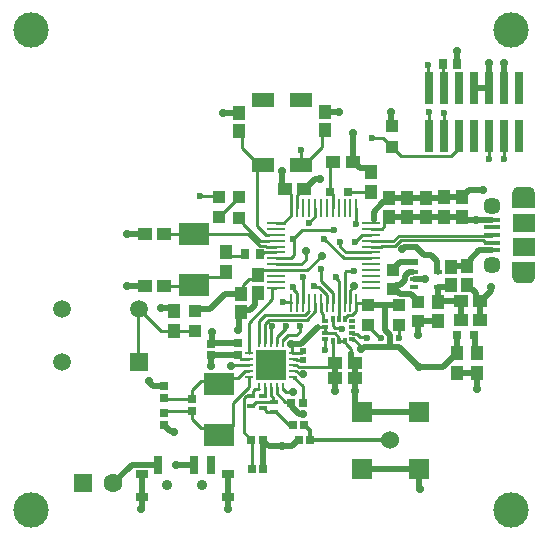
<source format=gbr>
G04*
G04 #@! TF.GenerationSoftware,Altium Limited,Altium Designer,24.8.2 (39)*
G04*
G04 Layer_Physical_Order=1*
G04 Layer_Color=255*
%FSLAX26Y26*%
%MOIN*%
G70*
G04*
G04 #@! TF.SameCoordinates,943EF9C2-7E4B-4E9F-8D88-1E315B4C2DD2*
G04*
G04*
G04 #@! TF.FilePolarity,Positive*
G04*
G01*
G75*
%ADD11C,0.010000*%
%ADD17C,0.019685*%
%ADD18C,0.060000*%
%ADD19R,0.070000X0.070000*%
%ADD20R,0.026475X0.026306*%
%ADD21R,0.029134X0.109843*%
%ADD22R,0.039848X0.041682*%
%ADD23R,0.041816X0.045532*%
%ADD24R,0.039848X0.045619*%
%ADD25R,0.031496X0.031496*%
%ADD26R,0.045619X0.039848*%
%ADD27R,0.047575X0.039848*%
%ADD28R,0.041816X0.044687*%
%ADD29R,0.074803X0.059055*%
%ADD30R,0.053150X0.015748*%
G04:AMPARAMS|DCode=31|XSize=15.748mil|YSize=25.591mil|CornerRadius=1.968mil|HoleSize=0mil|Usage=FLASHONLY|Rotation=90.000|XOffset=0mil|YOffset=0mil|HoleType=Round|Shape=RoundedRectangle|*
%AMROUNDEDRECTD31*
21,1,0.015748,0.021654,0,0,90.0*
21,1,0.011811,0.025591,0,0,90.0*
1,1,0.003937,0.010827,0.005906*
1,1,0.003937,0.010827,-0.005906*
1,1,0.003937,-0.010827,-0.005906*
1,1,0.003937,-0.010827,0.005906*
%
%ADD31ROUNDEDRECTD31*%
%ADD32R,0.031496X0.023622*%
%ADD33R,0.041662X0.051419*%
%ADD34R,0.039848X0.049533*%
%ADD35R,0.027559X0.033465*%
%ADD36R,0.027559X0.059055*%
%ADD37R,0.039370X0.031496*%
%ADD38R,0.102362X0.074803*%
%ADD39R,0.029528X0.033465*%
%ADD40O,0.009842X0.061024*%
%ADD41O,0.061024X0.009842*%
%ADD42R,0.049459X0.041662*%
%ADD43R,0.074803X0.051181*%
%ADD44R,0.020472X0.022047*%
%ADD45R,0.028163X0.026475*%
%ADD46R,0.026306X0.026475*%
%ADD47R,0.025591X0.013780*%
%ADD48R,0.025984X0.016142*%
%ADD49R,0.026475X0.028163*%
%ADD50O,0.009842X0.027559*%
%ADD51O,0.027559X0.009842*%
%ADD52R,0.102362X0.102362*%
%ADD54R,0.022638X0.013780*%
%ADD55R,0.013780X0.022638*%
%ADD56R,0.059055X0.059055*%
%ADD57C,0.059055*%
%ADD59C,0.057087*%
%ADD60C,0.062992*%
%ADD61R,0.062992X0.062992*%
%ADD62C,0.035433*%
%ADD65C,0.020000*%
%ADD66C,0.014492*%
%ADD67C,0.009467*%
%ADD68C,0.118110*%
%ADD69C,0.027559*%
%ADD70C,0.023622*%
G36*
X1780315Y927268D02*
X1705512D01*
Y876087D01*
X1780315D01*
Y927268D01*
D02*
G37*
G36*
X1760631Y876086D02*
X1725197D01*
Y856402D01*
X1760631Y856402D01*
Y876086D01*
D02*
G37*
G36*
X1725196Y1159551D02*
X1760630D01*
Y1179236D01*
X1725196Y1179235D01*
Y1159551D01*
D02*
G37*
G36*
X1705512Y1108370D02*
X1780315D01*
Y1159551D01*
X1705512D01*
Y1108370D01*
D02*
G37*
D11*
X459953Y771583D02*
X533630Y697905D01*
X644579D01*
X458000Y771583D02*
X459834Y773417D01*
X458000Y592398D02*
Y771583D01*
X790085Y617230D02*
X802000Y605315D01*
X827331D01*
X790000Y617230D02*
X790085D01*
X841729Y482003D02*
Y498158D01*
X847587Y504016D02*
X860717D01*
X841729Y498158D02*
X847587Y504016D01*
X840568Y480842D02*
X841729Y482003D01*
X817858Y480842D02*
X840568D01*
X1026000Y1058574D02*
X1047472Y1080047D01*
X1026000Y1057000D02*
Y1058574D01*
X1047472Y1080047D02*
Y1108465D01*
X773516Y1124000D02*
X774401D01*
X794000Y1143599D01*
Y1144516D01*
X741841Y1092325D02*
X773516Y1124000D01*
X726000Y1077401D02*
X740924Y1092325D01*
X741841D01*
X726000Y1076484D02*
Y1077401D01*
X1142842Y940158D02*
X1235465D01*
X1077000Y1006000D02*
X1142842Y940158D01*
X1003071Y1034071D02*
X1109300D01*
X976000Y1007000D02*
X1003071Y1034071D01*
X1200861Y1015861D02*
X1200862D01*
X1203898Y1018898D02*
X1235465D01*
X1181000Y996000D02*
X1200861Y1015861D01*
X1200862D02*
X1203898Y1018898D01*
X1131958Y979042D02*
Y995042D01*
X1131000Y996000D02*
X1131958Y995042D01*
X1173890Y688740D02*
X1186555D01*
X1224000Y716051D02*
X1264051Y676000D01*
X1218394Y678606D02*
X1221000Y676000D01*
X1186555Y688740D02*
X1196689Y678606D01*
X1264051Y676000D02*
X1266000D01*
X1196689Y678606D02*
X1218394D01*
X1197640Y640360D02*
Y649734D01*
Y640360D02*
X1201000Y637000D01*
X1178319Y669055D02*
X1197640Y649734D01*
X1173890Y669055D02*
X1178319D01*
X1172000Y670945D02*
X1173890Y669055D01*
X900165Y704479D02*
X905000Y709314D01*
X900165Y658465D02*
Y704479D01*
X905000Y709314D02*
Y713000D01*
X880480Y721480D02*
X895024Y736024D01*
X860795Y730795D02*
X881024Y751024D01*
X1014283D02*
X1027709Y764449D01*
X1020496Y736024D02*
X1047472Y763000D01*
X895024Y736024D02*
X1020496D01*
X881024Y751024D02*
X1014283D01*
X1027709Y764449D02*
Y766024D01*
X952000Y709527D02*
Y713000D01*
X919850Y677377D02*
X952000Y709527D01*
X919850Y658465D02*
Y677377D01*
X975042Y1006042D02*
X976000Y1005084D01*
X1021787Y900787D02*
X1070000Y949000D01*
X976000Y950000D02*
Y1005084D01*
X872354Y900787D02*
X1021787D01*
X1117000Y875314D02*
Y879000D01*
X1126213Y791535D02*
Y866101D01*
X1117000Y875314D02*
X1126213Y866101D01*
Y791535D02*
X1126223Y791526D01*
X1145976Y791614D02*
Y893142D01*
X1151834Y899000D01*
X1176000D01*
X1145898Y791535D02*
X1145976Y791614D01*
X1067000Y865213D02*
X1106449Y825764D01*
X1047795Y845394D02*
X1059992D01*
X1067000Y865213D02*
Y903000D01*
X1045189Y848000D02*
X1047795Y845394D01*
X1059992D02*
X1082079Y823307D01*
X996394Y695807D02*
Y711606D01*
X999000Y714213D01*
X956189Y683819D02*
X984406D01*
X996394Y695807D01*
X880480Y658465D02*
Y721480D01*
X860795Y658465D02*
Y730795D01*
X827331Y725331D02*
X905000Y803000D01*
Y841654D01*
X827331Y625000D02*
Y725331D01*
X939614Y667244D02*
X956189Y683819D01*
X971000Y625079D02*
X971079Y625000D01*
X973000D01*
X971000Y625079D02*
Y653000D01*
X969000Y655000D02*
X971000Y653000D01*
X1057315Y710315D02*
X1080465D01*
X1131958Y979042D02*
X1151157Y959843D01*
X1235465D01*
X952899Y1169465D02*
X967195Y1155169D01*
Y1150848D02*
X968732Y1149311D01*
X967195Y1150848D02*
Y1155169D01*
X968732Y1083032D02*
Y1149311D01*
X938000Y1184364D02*
X949000Y1173364D01*
Y1169465D02*
Y1173364D01*
Y1169465D02*
X952899D01*
X1185268Y791457D02*
X1185346Y791535D01*
X856079Y884512D02*
X872354Y900787D01*
X807499Y821089D02*
Y850499D01*
X805500Y819090D02*
X807499Y821089D01*
X1107000Y599285D02*
Y671244D01*
X1224000Y716051D02*
Y716968D01*
X1176000Y844249D02*
Y849000D01*
X1165661Y791614D02*
Y833910D01*
X1176000Y844249D01*
X1016000Y934213D02*
Y966000D01*
X1002181Y920394D02*
X1016000Y934213D01*
X918614Y920394D02*
X1002181D01*
X1165583Y791535D02*
X1165661Y791614D01*
X1627000Y1270000D02*
Y1347000D01*
X988339Y791614D02*
Y825039D01*
X973875Y839503D02*
X988339Y825039D01*
X973875Y839503D02*
Y843189D01*
X1008051Y791587D02*
Y876949D01*
Y791587D02*
X1008102Y791535D01*
X1008000Y877000D02*
X1008051Y876949D01*
X966236Y940236D02*
X976000Y950000D01*
X1185268Y791457D02*
Y791535D01*
Y784528D02*
Y791457D01*
X918614Y940236D02*
X966236D01*
X918535Y940158D02*
X918614Y940236D01*
X918535Y920472D02*
X918614Y920394D01*
X943968Y1058268D02*
X968732Y1083032D01*
X918535Y1058268D02*
X943968D01*
X1185189Y1055218D02*
Y1108386D01*
X1184000Y1054029D02*
X1185189Y1055218D01*
Y1108386D02*
X1185268Y1108465D01*
X1426500Y1347500D02*
Y1427500D01*
X1426000Y1428000D02*
X1426500Y1427500D01*
X1239000Y1340000D02*
X1275401D01*
X1426500Y1347500D02*
X1427000Y1347000D01*
X1423000Y1586000D02*
X1425000Y1584000D01*
Y1509236D02*
X1427000Y1507236D01*
X1425000Y1509236D02*
Y1584000D01*
X1235465Y1038583D02*
X1271096D01*
X1279076Y1046563D02*
Y1062529D01*
X1271096Y1038583D02*
X1279076Y1046563D01*
Y1062529D02*
X1294000Y1077453D01*
X1476500Y1347500D02*
Y1425500D01*
X1476000Y1426000D02*
X1476500Y1425500D01*
Y1347500D02*
X1477000Y1347000D01*
X1475689Y1508547D02*
Y1586689D01*
Y1508547D02*
X1477000Y1507236D01*
X1474378Y1588000D02*
X1475689Y1586689D01*
X1500354Y1280000D02*
X1514774Y1294419D01*
X1334484Y1280000D02*
X1500354D01*
X1514774Y1294419D02*
X1514774D01*
X1527000Y1306646D01*
Y1347000D01*
X1303000Y1311484D02*
X1334484Y1280000D01*
X1303000Y1311484D02*
Y1312401D01*
X1677000Y1271000D02*
Y1347000D01*
X988417Y1152781D02*
X1006636Y1171000D01*
X988417Y1108465D02*
Y1152781D01*
X1006636Y1171000D02*
X1010535D01*
X1275401Y1340000D02*
X1303000Y1312401D01*
X1327000Y673000D02*
Y715484D01*
X1326000Y716484D02*
X1327000Y715484D01*
X1218465Y791535D02*
X1224000Y786000D01*
X1185346Y791535D02*
X1218465D01*
X1185189Y764449D02*
Y791457D01*
X1005770Y457000D02*
Y513490D01*
X973000Y546260D02*
X1005770Y513490D01*
X919850Y490065D02*
Y512795D01*
Y490065D02*
X947678Y462238D01*
X958077D01*
X644579Y697905D02*
X646000Y696484D01*
X884496Y979732D02*
X884622Y979606D01*
X862836Y979732D02*
X884496D01*
X822923Y1019646D02*
X862836Y979732D01*
X809409Y948000D02*
X814409Y953000D01*
X763498Y948000D02*
X809409D01*
X751000Y960498D02*
X763498Y948000D01*
X865591Y953000D02*
X867591Y951000D01*
X882212Y959843D02*
X918535D01*
X882102Y959732D02*
X882212Y959843D01*
X876354Y959732D02*
X882102D01*
X867606Y950984D02*
X876354Y959732D01*
X867606Y950984D02*
X867606D01*
X867591Y951000D02*
X867606Y950984D01*
X884622Y979606D02*
X918457D01*
X918535Y979528D01*
X645000Y1019646D02*
X665913Y998732D01*
X679913D01*
X645000Y1019646D02*
X822923D01*
X855217Y1046783D02*
X883024Y1018976D01*
X893024D01*
X864490Y999291D02*
X893024D01*
X808924Y1054858D02*
Y1060560D01*
Y1054858D02*
X864490Y999291D01*
X794000Y1075484D02*
X808924Y1060560D01*
X855217Y1046783D02*
Y1231941D01*
X802000Y822590D02*
X805500Y819090D01*
X841344Y869934D02*
X856000Y884590D01*
X826934Y869934D02*
X841344D01*
X807499Y850499D02*
X826934Y869934D01*
X767000Y581000D02*
X771751D01*
X776381Y585630D02*
X827331D01*
X771751Y581000D02*
X776381Y585630D01*
X1098472Y1162000D02*
Y1250020D01*
X1108453Y1260000D01*
X1233498Y1162000D02*
X1234000Y1162502D01*
X1157528Y1162000D02*
X1233498D01*
X1106527Y1108465D02*
Y1153945D01*
X1098472Y1162000D02*
X1106527Y1153945D01*
X795000Y1359410D02*
Y1363410D01*
Y1359410D02*
X797000Y1357410D01*
X862197Y1250732D02*
X874008D01*
X805428Y1307501D02*
X862197Y1250732D01*
X805428Y1307501D02*
Y1348982D01*
X797000Y1357410D02*
X805428Y1348982D01*
X1071572Y1310501D02*
Y1357982D01*
X1080000Y1366410D01*
X1011803Y1250732D02*
X1071572Y1310501D01*
X999992Y1250732D02*
X1011803D01*
X999992D02*
X1001000Y1251740D01*
Y1301000D01*
X735234Y877736D02*
X751000Y893502D01*
X672381Y877736D02*
X735234D01*
X672381D02*
X677402Y882756D01*
X672381Y877736D02*
X677402Y882756D01*
X645000Y850354D02*
X672381Y877736D01*
X645000Y850354D02*
X672381Y877736D01*
X645000Y1019646D02*
X665913Y998732D01*
X679913D01*
X645000Y850354D02*
X672381Y877736D01*
X545548Y1021000D02*
X643646D01*
X545548Y848000D02*
X642646D01*
X645000Y850354D01*
X722516Y1149000D02*
X726000Y1145516D01*
X663000Y1149000D02*
X722516D01*
X868138Y1244862D02*
X871073Y1247797D01*
X855217Y1231941D02*
X868138Y1244862D01*
X905000Y841654D02*
X905079Y841732D01*
X918535D01*
X871073Y1247797D02*
X874008Y1250732D01*
X940346Y794000D02*
X968654D01*
X1074146Y731890D02*
Y755854D01*
Y731890D02*
X1076035Y730000D01*
X1086842Y791535D02*
Y818543D01*
X1047472Y763000D02*
Y791535D01*
X1106449Y791614D02*
Y825764D01*
X1067157Y762843D02*
X1074146Y755854D01*
X1067157Y762843D02*
Y791535D01*
X1185189Y791457D02*
X1185268Y791535D01*
X988339Y791614D02*
X988417Y791535D01*
X968654Y794000D02*
X968732Y793921D01*
Y791535D02*
Y793921D01*
X1106449Y791614D02*
X1106527Y791535D01*
X1126223Y736407D02*
Y791526D01*
Y736407D02*
X1126232Y736398D01*
X1171763Y751024D02*
X1185189Y764449D01*
X1156114Y751024D02*
X1171763D01*
X1145917Y740827D02*
X1156114Y751024D01*
X1145917Y736398D02*
Y740827D01*
X1082079Y823307D02*
X1086842Y818543D01*
X1082079Y823307D02*
Y823307D01*
X1076035Y730000D02*
X1080465D01*
X973883Y493883D02*
X974000Y494000D01*
X949747Y493883D02*
X973883D01*
X717811Y375323D02*
X742779Y350354D01*
X549389Y430230D02*
X638000D01*
X543000Y423841D02*
X549389Y430230D01*
X634885Y472885D02*
X638000Y469770D01*
X546115Y472885D02*
X638000D01*
X717969Y530677D02*
X729000Y519646D01*
X668677Y530677D02*
X717969D01*
X638000Y500000D02*
X668677Y530677D01*
X638000Y472885D02*
Y500000D01*
X939614Y504016D02*
X949747Y493883D01*
X983354Y565866D02*
X992860Y556360D01*
X981780Y565866D02*
X983354D01*
X1005640Y556360D02*
X1009000Y553000D01*
X992860Y556360D02*
X1005640D01*
X993622Y577622D02*
X1113576D01*
X1114954Y579000D01*
X985614Y585630D02*
X993622Y577622D01*
X973000Y585630D02*
X985614D01*
X1107000Y599285D02*
X1114954Y591332D01*
X1080732Y636268D02*
X1081000Y636000D01*
X1080732Y636268D02*
Y670677D01*
X1080465Y670945D02*
X1080732Y670677D01*
X1167811Y626022D02*
Y638540D01*
X1155193Y651157D02*
X1167811Y638540D01*
X1154878Y651157D02*
X1155193D01*
X1145917Y660118D02*
X1154878Y651157D01*
X1145917Y660118D02*
Y664547D01*
X751764Y542410D02*
X789323D01*
X729000Y519646D02*
X751764Y542410D01*
X812858Y565945D02*
X827331D01*
X789323Y542410D02*
X812858Y565945D01*
X668677Y375323D02*
X717811D01*
X729000Y350354D02*
X742779D01*
X638000Y406000D02*
Y430230D01*
Y406000D02*
X668677Y375323D01*
X742779Y350354D02*
X775181Y382756D01*
Y459379D01*
X827331Y511529D01*
Y546260D01*
X987669Y602331D02*
X1004315D01*
X1007000Y599646D01*
X984685Y605315D02*
X987669Y602331D01*
X973000Y605315D02*
X984685D01*
X1007000Y630315D02*
Y630354D01*
X1001764Y625079D02*
X1007000Y630315D01*
X973079Y625079D02*
X1001764D01*
X973000Y625000D02*
X973079Y625079D01*
X1080465Y690630D02*
Y707000D01*
X1106547Y715446D02*
X1115387Y706606D01*
X1136394D01*
X1106547Y715446D02*
Y736398D01*
X1136394Y706606D02*
X1139000Y704000D01*
X826077Y341153D02*
X836000Y331230D01*
X825883Y344202D02*
X826077Y344007D01*
Y341153D02*
Y344007D01*
X811205Y474189D02*
X817858Y480842D01*
X811205Y358795D02*
Y474189D01*
Y358795D02*
X825798Y344202D01*
X825883D01*
X836000Y240929D02*
Y331230D01*
Y240929D02*
X837964Y238964D01*
X960173Y386000D02*
X973318D01*
X917905Y428268D02*
X960173Y386000D01*
X900165Y483622D02*
Y512795D01*
X908355Y461732D02*
Y475432D01*
X900165Y483622D02*
X908355Y475432D01*
X886850Y428268D02*
X917905D01*
X873000Y481882D02*
X877331D01*
X880402Y484953D01*
Y504016D01*
X880480Y504094D01*
Y512795D01*
X873000Y442118D02*
X877921D01*
X880992Y434126D02*
Y439047D01*
X877921Y442118D02*
X880992Y439047D01*
Y434126D02*
X886850Y428268D01*
X841795Y451158D02*
X852370Y461732D01*
X912000D01*
X835890Y451158D02*
X841795D01*
X834000Y449268D02*
X835890Y451158D01*
X543000Y476000D02*
X546115Y472885D01*
X1080465Y690630D02*
X1112815D01*
X1124342Y679103D01*
Y666437D02*
X1126232Y664547D01*
X1124342Y666437D02*
Y679103D01*
X1172000Y690630D02*
X1173890Y688740D01*
X1126232Y664547D02*
X1145917D01*
D17*
X1735040Y1159551D02*
G03*
X1735040Y1159551I-9842J0D01*
G01*
X1770473D02*
G03*
X1770473Y1159551I-9842J0D01*
G01*
X1735040Y876087D02*
G03*
X1735040Y876087I-9842J0D01*
G01*
X1770473D02*
G03*
X1770473Y876087I-9842J0D01*
G01*
D18*
X1299000Y333000D02*
D03*
D19*
X1204000Y428000D02*
D03*
X1394000D02*
D03*
X1204000Y238000D02*
D03*
X1394000D02*
D03*
D20*
X790000Y656770D02*
D03*
Y617230D02*
D03*
X638000Y430230D02*
D03*
Y469770D02*
D03*
D21*
X1427000Y1347000D02*
D03*
Y1507236D02*
D03*
X1477000Y1347000D02*
D03*
Y1507236D02*
D03*
X1527000Y1347000D02*
D03*
Y1507236D02*
D03*
X1577000Y1347000D02*
D03*
Y1507236D02*
D03*
X1627000Y1347000D02*
D03*
Y1507236D02*
D03*
X1677000Y1347000D02*
D03*
Y1507236D02*
D03*
X1727000Y1347000D02*
D03*
Y1507236D02*
D03*
D22*
X1303000Y1380516D02*
D03*
Y1311484D02*
D03*
X1326000Y716484D02*
D03*
Y785516D02*
D03*
X646000Y765516D02*
D03*
Y696484D02*
D03*
X726000Y1076484D02*
D03*
Y1145516D02*
D03*
X794000Y1075484D02*
D03*
Y1144516D02*
D03*
X1224000Y786000D02*
D03*
Y716968D02*
D03*
D23*
X1586000Y557502D02*
D03*
Y624498D02*
D03*
X1234000Y1162502D02*
D03*
Y1229498D02*
D03*
X751000Y893502D02*
D03*
Y960498D02*
D03*
D24*
X1521000Y559452D02*
D03*
Y624548D02*
D03*
X1458000Y730452D02*
D03*
Y795548D02*
D03*
X1477000Y1143000D02*
D03*
Y1077905D02*
D03*
X1416000Y1142547D02*
D03*
Y1077453D02*
D03*
X1294000Y1142547D02*
D03*
Y1077453D02*
D03*
X1537000Y1143000D02*
D03*
Y1077905D02*
D03*
X1353000Y1142547D02*
D03*
Y1077453D02*
D03*
X577000Y763000D02*
D03*
Y697905D02*
D03*
D25*
X1578528Y686000D02*
D03*
X1519472D02*
D03*
X1098472Y1162000D02*
D03*
X1157528D02*
D03*
D26*
X1598547Y735000D02*
D03*
X1533453D02*
D03*
X1173547Y1260000D02*
D03*
X1108453D02*
D03*
X480452Y1021000D02*
D03*
X545548D02*
D03*
X480452Y848000D02*
D03*
X545548D02*
D03*
X1114954Y591332D02*
D03*
X1180049D02*
D03*
X1114954Y541332D02*
D03*
X1180049D02*
D03*
D27*
X1534000Y798000D02*
D03*
X1597139D02*
D03*
D28*
X1390000Y731898D02*
D03*
Y796102D02*
D03*
X1306000Y837898D02*
D03*
Y902102D02*
D03*
D29*
X1742914Y1057189D02*
D03*
Y978449D02*
D03*
D30*
X1636614Y1069000D02*
D03*
Y1043409D02*
D03*
Y1017819D02*
D03*
Y992228D02*
D03*
Y966638D02*
D03*
D31*
X1457354Y844409D02*
D03*
Y895591D02*
D03*
X1376646Y844409D02*
D03*
Y870000D02*
D03*
Y895591D02*
D03*
D32*
X1378000Y927409D02*
D03*
Y978591D02*
D03*
D33*
X1500000Y851446D02*
D03*
Y912554D02*
D03*
D34*
X1554000Y913590D02*
D03*
Y852410D02*
D03*
X802000Y822590D02*
D03*
Y761410D02*
D03*
X856000Y884590D02*
D03*
Y823410D02*
D03*
X1080000Y1366410D02*
D03*
Y1427590D02*
D03*
X795000Y1363410D02*
D03*
Y1424590D02*
D03*
D35*
X1521622Y1588000D02*
D03*
X1474378D02*
D03*
D36*
X642472Y252898D02*
D03*
X701528D02*
D03*
X524362D02*
D03*
D37*
X469244Y221992D02*
D03*
X756646D02*
D03*
X469244Y146008D02*
D03*
X756646D02*
D03*
D38*
X645000Y850354D02*
D03*
Y1019646D02*
D03*
X729000Y350354D02*
D03*
Y519646D02*
D03*
D39*
X814409Y953000D02*
D03*
X865591D02*
D03*
D40*
X968732Y1108465D02*
D03*
X988417D02*
D03*
X1008102D02*
D03*
X1027787D02*
D03*
X1047472D02*
D03*
X1067157D02*
D03*
X1086842D02*
D03*
X1106527D02*
D03*
X1126213D02*
D03*
X1145898D02*
D03*
X1165583D02*
D03*
X1185268D02*
D03*
Y791535D02*
D03*
X1165583D02*
D03*
X1145898D02*
D03*
X1126213D02*
D03*
X1106527D02*
D03*
X1086842D02*
D03*
X1067157D02*
D03*
X1047472D02*
D03*
X1027787D02*
D03*
X1008102D02*
D03*
X988417D02*
D03*
X968732D02*
D03*
D41*
X1235465Y1058268D02*
D03*
Y1038583D02*
D03*
Y1018898D02*
D03*
Y999213D02*
D03*
Y979528D02*
D03*
Y959843D02*
D03*
Y940158D02*
D03*
Y920472D02*
D03*
Y900787D02*
D03*
Y881102D02*
D03*
Y861417D02*
D03*
Y841732D02*
D03*
X918535D02*
D03*
Y861417D02*
D03*
Y881102D02*
D03*
Y900787D02*
D03*
Y920472D02*
D03*
Y940158D02*
D03*
Y959843D02*
D03*
Y979528D02*
D03*
Y999213D02*
D03*
Y1018898D02*
D03*
Y1038583D02*
D03*
Y1058268D02*
D03*
D42*
X1010535Y1171000D02*
D03*
X947465D02*
D03*
D43*
X999992Y1250732D02*
D03*
Y1467268D02*
D03*
X874008D02*
D03*
Y1250732D02*
D03*
D44*
X1007000Y599646D02*
D03*
Y630354D02*
D03*
D45*
X875646Y238964D02*
D03*
X837964D02*
D03*
X993159Y335000D02*
D03*
X1030841D02*
D03*
X973318Y386000D02*
D03*
X1011000D02*
D03*
D46*
X834230Y333000D02*
D03*
X873770D02*
D03*
X1005770Y457000D02*
D03*
X966230D02*
D03*
D47*
X834000Y449268D02*
D03*
Y482732D02*
D03*
X912000Y428268D02*
D03*
Y461732D02*
D03*
D48*
X873000Y481882D02*
D03*
Y442118D02*
D03*
D49*
X543000Y386159D02*
D03*
Y423841D02*
D03*
Y513682D02*
D03*
Y476000D02*
D03*
X702000Y617159D02*
D03*
Y654841D02*
D03*
D50*
X939535Y658465D02*
D03*
X919850D02*
D03*
X900165D02*
D03*
X880480D02*
D03*
X860795D02*
D03*
Y512795D02*
D03*
X880480D02*
D03*
X900165D02*
D03*
X919850D02*
D03*
X939535D02*
D03*
D51*
X827331Y625000D02*
D03*
Y605315D02*
D03*
Y585630D02*
D03*
Y565945D02*
D03*
Y546260D02*
D03*
X973000D02*
D03*
Y565945D02*
D03*
Y585630D02*
D03*
Y605315D02*
D03*
Y625000D02*
D03*
D52*
X900165Y585630D02*
D03*
D54*
X1080465Y730000D02*
D03*
Y710315D02*
D03*
Y690630D02*
D03*
Y670945D02*
D03*
X1172000D02*
D03*
Y690630D02*
D03*
Y710315D02*
D03*
Y730000D02*
D03*
D55*
X1106547Y664547D02*
D03*
X1126232D02*
D03*
X1145917D02*
D03*
Y736398D02*
D03*
X1126232D02*
D03*
X1106547D02*
D03*
D56*
X459953Y594417D02*
D03*
D57*
Y771583D02*
D03*
X204047D02*
D03*
Y594417D02*
D03*
D59*
X1636614Y919394D02*
D03*
Y1116244D02*
D03*
D60*
X375000Y192000D02*
D03*
D61*
X275000D02*
D03*
D62*
X553890Y184000D02*
D03*
X672000D02*
D03*
D65*
X577000Y763000D02*
Y764840D01*
X536656Y774764D02*
X567076D01*
X577000Y764840D01*
X535210Y776210D02*
X536656Y774764D01*
X1204000Y238000D02*
X1394000D01*
Y172000D02*
X1396000Y170000D01*
X1394000Y172000D02*
Y238000D01*
X1204000Y428000D02*
X1394000D01*
X1179501Y452499D02*
X1204000Y428000D01*
X1179501Y452499D02*
Y498332D01*
X702071Y617230D02*
X790000D01*
X702000Y654841D02*
X703928Y656770D01*
X790000D01*
X1379811Y976780D02*
X1383748D01*
X1409276Y951252D01*
X1378000Y978591D02*
X1379811Y976780D01*
X1433748Y951252D02*
X1454559Y930441D01*
X1409276Y951252D02*
X1433748D01*
X1338000Y972220D02*
X1340045D01*
X1344605Y976780D01*
X1376189D02*
X1378000Y978591D01*
X1344605Y976780D02*
X1376189D01*
X1210045Y644000D02*
X1297000D01*
X1201000Y637000D02*
X1203045D01*
X1210045Y644000D01*
X1297000D02*
Y683506D01*
X969000Y655000D02*
X1002000D01*
X1057315Y710315D01*
X1416000Y1142274D02*
X1476274D01*
X1353500Y1142047D02*
X1354000Y1142547D01*
X1294000Y1141547D02*
X1295000Y1142547D01*
X1279841Y700665D02*
X1297000Y683506D01*
X1233924Y785758D02*
X1279841D01*
X1325758D01*
X1233576Y785016D02*
Y785410D01*
X1279841Y700665D02*
Y785758D01*
X1297000Y644000D02*
X1328000D01*
X938000Y1184364D02*
Y1231000D01*
X1559300Y1168185D02*
X1607815D01*
X1537000Y1145886D02*
X1559300Y1168185D01*
X1677000Y1507236D02*
X1678000Y1508236D01*
Y1591000D02*
X1679000Y1592000D01*
X1678000Y1508236D02*
Y1591000D01*
X1626500Y1507736D02*
X1627000Y1507236D01*
X1626500Y1507736D02*
Y1591500D01*
X1626000Y1592000D02*
X1626500Y1591500D01*
X1294000Y1141547D02*
Y1142547D01*
Y1139662D02*
Y1141547D01*
X1537000Y1143000D02*
Y1145886D01*
X1328000Y644000D02*
X1393000Y579000D01*
X1554000Y913590D02*
X1563924Y923514D01*
X1553482Y913072D02*
X1554000Y913590D01*
X1545905Y1069000D02*
X1636614D01*
X1537000Y1077905D02*
Y1080791D01*
Y1077905D02*
X1545905Y1069000D01*
X1475857Y1077453D02*
X1477000Y1078596D01*
X1353000Y1077453D02*
X1475857D01*
X1521000Y1632000D02*
X1521622Y1631378D01*
Y1588000D02*
Y1631378D01*
X1454559Y897717D02*
Y930441D01*
X1595638Y966638D02*
X1636614D01*
X1563924Y934924D02*
X1595638Y966638D01*
X1563924Y923514D02*
Y934924D01*
X1284076Y1129738D02*
X1294000Y1139662D01*
X1272360Y1123547D02*
X1278551Y1129738D01*
X1243171Y1066718D02*
Y1094456D01*
X1278551Y1129738D02*
X1284076D01*
X1243171Y1094456D02*
X1272263Y1123547D01*
X1272360D01*
X1080000Y1427590D02*
X1128590D01*
X1129000Y1428000D01*
X742000Y1425000D02*
X742410Y1424590D01*
X795000D01*
X1376646Y870000D02*
X1415000D01*
X1577000Y1507236D02*
X1627000D01*
X1456685Y895591D02*
X1457354D01*
X1454559Y897717D02*
X1456685Y895591D01*
X1329872Y927409D02*
X1378000D01*
X1306000Y903537D02*
X1329872Y927409D01*
X1306000Y902102D02*
Y903537D01*
X1354000Y1142547D02*
X1416000D01*
X1295000D02*
X1353000D01*
X1416000Y1142274D02*
Y1142547D01*
X1476274Y1142274D02*
X1477000Y1143000D01*
Y1077905D02*
X1537000D01*
X1633554Y844554D02*
X1635000Y846000D01*
X1601003Y798000D02*
X1633554Y830551D01*
Y844554D01*
X1586500Y504500D02*
Y557002D01*
Y504500D02*
X1587000Y504000D01*
X1585025Y558477D02*
X1586500Y557002D01*
X1521000Y621662D02*
Y624548D01*
X1511076Y611738D02*
X1521000Y621662D01*
X1475452Y579000D02*
X1508190Y611738D01*
X1511076D01*
X1393000Y579000D02*
X1475452D01*
X1316908Y850241D02*
X1331296D01*
X1306000Y837898D02*
Y839333D01*
X1331296Y850241D02*
X1348850Y867795D01*
Y882934D02*
X1360916Y895000D01*
X1348850Y867795D02*
Y882934D01*
X1360916Y895000D02*
X1373850D01*
X1306000Y839333D02*
X1316908Y850241D01*
X1377363Y810174D02*
X1390000Y797537D01*
X1366002Y821535D02*
X1377363Y810174D01*
X1315000Y836463D02*
X1329927Y821535D01*
X1366002D01*
X1390000Y796102D02*
Y797537D01*
X1294000Y1077453D02*
X1353000D01*
X1391000Y686000D02*
X1392000Y685000D01*
X1390723Y731175D02*
X1391000Y730898D01*
Y686000D02*
Y730898D01*
X1390000Y731898D02*
X1390723Y731175D01*
X1597139Y798000D02*
X1601003D01*
X1521975Y558477D02*
X1585025D01*
X1521000Y559452D02*
X1521975Y558477D01*
X1390723Y731175D02*
X1457277D01*
X1458000Y730452D01*
X1597843Y735704D02*
Y797296D01*
Y735704D02*
X1598547Y735000D01*
X1597139Y798000D02*
X1597843Y797296D01*
X1583352Y807924D02*
Y825927D01*
X1563924Y837643D02*
X1571636D01*
X1554000Y847567D02*
X1563924Y837643D01*
X1571636D02*
X1583352Y825927D01*
X1554000Y847567D02*
Y852410D01*
X1583352Y807924D02*
X1593276Y798000D01*
X1597139D01*
X1582264Y628235D02*
Y682264D01*
Y628235D02*
X1586000Y624498D01*
X1578528Y686000D02*
X1582264Y682264D01*
X1519472Y686000D02*
X1520236Y685236D01*
Y625311D02*
Y685236D01*
Y625311D02*
X1521000Y624548D01*
X1532774Y796774D02*
X1533726Y797726D01*
Y735274D02*
Y797726D01*
X1534000Y798000D01*
X1533453Y735000D02*
X1533726Y735274D01*
X1458000Y795548D02*
X1459226Y796774D01*
X1532774D01*
X1457677Y795870D02*
X1458000Y795548D01*
X1457354Y844409D02*
X1457677Y844087D01*
Y795870D02*
Y844087D01*
X989077Y331762D02*
X992315Y335000D01*
X873770Y332915D02*
X874708Y331977D01*
X873770Y332915D02*
Y333000D01*
X989077Y330918D02*
Y331762D01*
X896455Y313000D02*
X936000D01*
X938045D01*
X938308Y313263D02*
X971422D01*
X989077Y330918D01*
X992315Y335000D02*
X993159D01*
X1457354Y844409D02*
X1492964D01*
X1500000Y851446D01*
Y912554D02*
X1500518Y913072D01*
X1553482D01*
X1325758Y785758D02*
X1326000Y785516D01*
X1233576Y785410D02*
X1233924Y785758D01*
X1477000Y1143000D02*
X1537000D01*
X1302000Y1381516D02*
Y1429000D01*
Y1381516D02*
X1303000Y1380516D01*
X1113000Y499000D02*
X1113977Y499977D01*
Y540355D02*
X1114954Y541332D01*
X1113977Y499977D02*
Y540355D01*
X977616Y437549D02*
X992719Y422446D01*
X1006554D01*
X1008000Y421000D01*
X966230Y457000D02*
X969384Y453847D01*
X977616Y437549D02*
Y437549D01*
X969384Y445782D02*
Y453847D01*
Y445782D02*
X977616Y437549D01*
X756323Y104323D02*
Y145685D01*
X756646Y146008D01*
X756000Y104000D02*
X756323Y104323D01*
X756646Y146008D02*
Y221992D01*
X469000Y104000D02*
Y108000D01*
X468000Y103000D02*
X469000Y104000D01*
Y108000D02*
X469244Y108244D01*
Y146008D01*
Y221992D01*
X375000Y192000D02*
X435898Y252898D01*
X524362D01*
X642024Y252449D02*
X642472Y252898D01*
X585449Y252449D02*
X642024D01*
X585000Y252000D02*
X585449Y252449D01*
X747117Y822590D02*
X802000D01*
X695924Y771398D02*
X747117Y822590D01*
X651881Y771398D02*
X695924D01*
X646000Y765516D02*
X651881Y771398D01*
X539762Y514341D02*
X540421Y513682D01*
X493000Y529549D02*
X508208Y514341D01*
X539762D01*
X540421Y513682D02*
X543000D01*
X493000Y529549D02*
Y531000D01*
X793446Y703446D02*
Y752856D01*
X802000Y761410D01*
X792000Y702000D02*
X793446Y703446D01*
X802000Y761410D02*
X803535Y759875D01*
X803535D01*
X846076Y813486D02*
X856000Y823410D01*
X846076Y785076D02*
Y813486D01*
X830263Y769263D02*
X846076Y785076D01*
X812924Y769263D02*
X830263D01*
X803535Y759875D02*
X812924Y769263D01*
X874708Y331977D02*
X892609Y314076D01*
X874708Y331977D02*
Y332062D01*
Y239903D02*
Y331977D01*
X702500Y655341D02*
Y695500D01*
X703000Y696000D01*
X702000Y654841D02*
X702500Y655341D01*
X702000Y581000D02*
Y617159D01*
X543000Y385315D02*
Y386159D01*
Y385315D02*
X564869Y363446D01*
X576554D01*
X578000Y362000D01*
X1196762Y1239671D02*
X1223827D01*
X1176433Y1260000D02*
X1196762Y1239671D01*
X1223827D02*
X1234000Y1229498D01*
X1173547Y1260000D02*
X1176433D01*
X1173547D02*
Y1357453D01*
X1173000Y1358000D02*
X1173547Y1357453D01*
X1014433Y1171000D02*
X1047987Y1204554D01*
X1063554D02*
X1065000Y1206000D01*
X1047987Y1204554D02*
X1063554D01*
X1010535Y1171000D02*
X1014433D01*
X421000Y1021000D02*
X480452D01*
X420500Y847500D02*
X479952D01*
X480452Y848000D01*
X420000Y847000D02*
X420500Y847500D01*
X1009000Y550955D02*
Y553000D01*
X1114954Y541332D02*
Y579000D01*
Y591332D01*
X895379Y314076D02*
X896455Y313000D01*
X892609Y314076D02*
X895379D01*
X873770Y333000D02*
X874708Y332062D01*
Y239903D02*
X875646Y238964D01*
X1167811Y601255D02*
X1177735Y591332D01*
X1167811Y601255D02*
Y626022D01*
X1177735Y591332D02*
X1180049D01*
Y541332D02*
Y591332D01*
X1180501Y503332D02*
Y540879D01*
X1180049Y541332D02*
X1180501Y540879D01*
X1179501Y498332D02*
Y502332D01*
X1180501Y503332D01*
D66*
X1033685Y333000D02*
X1299000D01*
X1031685Y335000D02*
X1033685Y333000D01*
X1030841Y335000D02*
X1031685D01*
X1011000Y386000D02*
X1011844D01*
X1030341Y367503D01*
Y335500D02*
Y367503D01*
D67*
X1308671Y996604D02*
X1326670Y1014603D01*
X1268485Y999141D02*
X1271022Y996604D01*
X1268485Y979599D02*
X1271022Y982136D01*
X1271022Y996604D02*
X1308671D01*
X1314664Y982136D02*
X1332662Y1000135D01*
X1235536Y979599D02*
X1268485D01*
X1235465Y979528D02*
X1235536Y979599D01*
X1271022Y982136D02*
X1314664D01*
X1332662Y1000135D02*
X1607948D01*
X1235536Y999141D02*
X1268485D01*
X1235465Y999213D02*
X1235536Y999141D01*
X1326670Y1014603D02*
X1541691D01*
X1612714Y995369D02*
X1633474D01*
X1607948Y1000135D02*
X1612714Y995369D01*
X1633474D02*
X1636614Y992228D01*
X1604457Y1014602D02*
X1604533Y1014679D01*
X1541691Y1014602D02*
X1604457D01*
X1541691Y1014603D02*
X1541691Y1014602D01*
X1633474Y1014679D02*
X1636614Y1017819D01*
X1604533Y1014679D02*
X1633474D01*
D68*
X100000Y100000D02*
D03*
Y1700000D02*
D03*
X1700000Y100000D02*
D03*
Y1700000D02*
D03*
D69*
X535210Y776210D02*
D03*
X1396000Y170000D02*
D03*
X1338000Y972220D02*
D03*
X1201000Y637000D02*
D03*
X1070000Y949000D02*
D03*
X969000Y655000D02*
D03*
X1176000Y849000D02*
D03*
X938000Y1231000D02*
D03*
X1679000Y1592000D02*
D03*
X1626000D02*
D03*
X1607815Y1168185D02*
D03*
X1016000Y966000D02*
D03*
X1584000Y1069000D02*
D03*
X1521000Y1632000D02*
D03*
X1129000Y1428000D02*
D03*
X742000Y1425000D02*
D03*
X1415000Y870000D02*
D03*
X1635000Y846000D02*
D03*
X1587000Y504000D02*
D03*
X1393000Y579000D02*
D03*
X1392000Y685000D02*
D03*
X936000Y313000D02*
D03*
X1113000Y499000D02*
D03*
X1008000Y421000D02*
D03*
X756000Y104000D02*
D03*
X468000Y103000D02*
D03*
X585000Y252000D02*
D03*
X1302000Y1429000D02*
D03*
X493000Y531000D02*
D03*
X703000Y696000D02*
D03*
X702000Y581000D02*
D03*
X578000Y362000D02*
D03*
X1173000Y1358000D02*
D03*
X1065000Y1206000D02*
D03*
X792000Y702000D02*
D03*
X420000Y847000D02*
D03*
X421000Y1021000D02*
D03*
X974000Y494000D02*
D03*
X1009000Y553000D02*
D03*
X767000Y581000D02*
D03*
X1179501Y498332D02*
D03*
D70*
X1026000Y1057000D02*
D03*
X1131000Y996000D02*
D03*
X1181000D02*
D03*
X1266000Y676000D02*
D03*
X1221000D02*
D03*
X905000Y713000D02*
D03*
X952000D02*
D03*
X975042Y1006042D02*
D03*
X1117000Y879000D02*
D03*
X1045189Y848000D02*
D03*
X1067000Y903000D02*
D03*
X999000Y714213D02*
D03*
X1109300Y1034071D02*
D03*
X1077000Y1006000D02*
D03*
X1176000Y899000D02*
D03*
X1627000Y1270000D02*
D03*
X973875Y843189D02*
D03*
X1008000Y877000D02*
D03*
X1184000Y1054029D02*
D03*
X1426000Y1428000D02*
D03*
X1239000Y1340000D02*
D03*
X1423000Y1586000D02*
D03*
X1476000Y1426000D02*
D03*
X1677000Y1271000D02*
D03*
X1327000Y673000D02*
D03*
X1001000Y1301000D02*
D03*
X663000Y1149000D02*
D03*
X940346Y794000D02*
D03*
X1081000Y636000D02*
D03*
X1139000Y704000D02*
D03*
M02*

</source>
